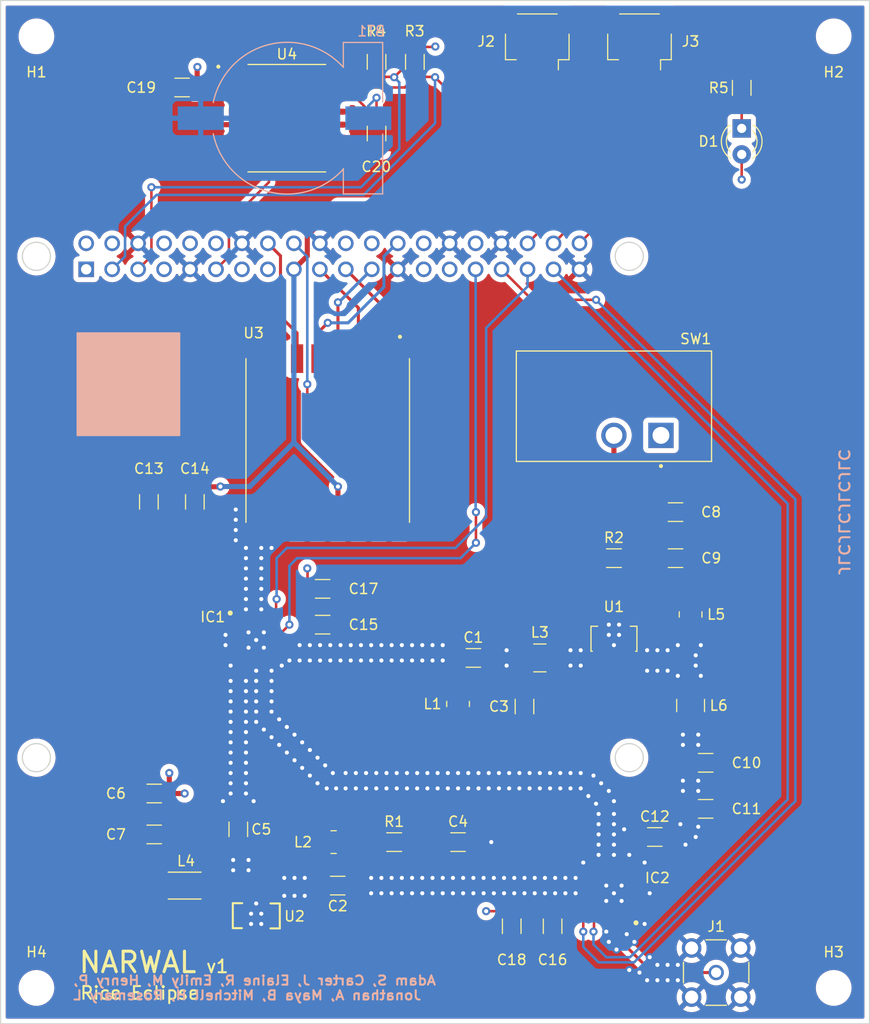
<source format=kicad_pcb>
(kicad_pcb (version 20211014) (generator pcbnew)
  (title_block (title "NARWAL") (date "2022-12-06") (rev "1") (company "Rice Eclipse") (comment 1 "RF Communications"))
  (layers (0 "F.Cu" signal) (1 "In1.Cu" power) (2 "In2.Cu" power) (31 "B.Cu" signal) (34 "B.Paste" user) (35 "F.Paste" user) (36 "B.SilkS" user "B.Silkscreen") (37 "F.SilkS" user "F.Silkscreen") (38 "B.Mask" user) (39 "F.Mask" user) (44 "Edge.Cuts" user))
  (net 0 "")
  (net 4 "CTRL1A")
  (net 8 "Net-(L3-Pad2)")
  (net 9 "Net-(L5-Pad2)")
  (net 15 "CTRL1B")
  (net 17 "BUT3")
  (net 18 "BUT1")
  (net 19 "BUT2")
  (net 20 "NOAMP")
  (net 21 "LNA-TRX")
  (net 22 "PAMP-TRX")
  (net 23 "GND")
  (net 24 "Net-(IC2-Pad22)")
  (net 25 "CTRL2A")
  (net 26 "CTRL2B")
  (net 27 "TRX")
  (net 28 "+3.3V")
  (net 29 "+5V")
  (net 32 "LNA-ANT")
  (net 33 "PAMP-ANT")
  (net 34 "SDA")
  (net 35 "SCL")
  (net 36 "MISO")
  (net 37 "MOSI")
  (net 38 "SCLK")
  (net 39 "CS")
  (net 40 "RST-TRX")
  (net 41 "Net-(BT1-PadP)")
  (net 42 "Net-(C2-Pad2)")
  (net 43 "Net-(C5-Pad1)")
  (net 47 "DIO0")
  (net 50 "RST-RTC")
  (net 51 "Net-(C1-Pad2)")
  (net 52 "Net-(C4-Pad1)")
  (net 53 "Net-(C9-Pad2)")
  (net 54 "Net-(C10-Pad1)")
  (net 55 "Net-(D1-Pad1)")
  (net 56 "Net-(L2-Pad2)")
  (net 57 "Net-(C8-Pad1)")
  (net 58 "unconnected-(J2-PadMP)")
  (net 59 "unconnected-(J3-PadMP)")
  (footprint "Inductor_SMD:L_1008_2520Metric" (layer "F.Cu") (at 144.75 118.75 -90)
    (fp_text reference "L1")
    (fp_text value "40n")
  )
  (footprint "MountingHole:MountingHole_2.5mm" (layer "F.Cu") (at 103.5 53.5)
    (fp_text reference "H1")
    (fp_text value "MountingHole" hide)
  )
  (footprint "Capacitor_SMD:C_1206_3216Metric" (layer "F.Cu") (at 123.25 131 90)
    (fp_text reference "C5")
    (fp_text value "10n")
  )
  (footprint "MountingHole:MountingHole_2.5mm" (layer "F.Cu") (at 181.5 53.5)
    (fp_text reference "H2")
    (fp_text value "MountingHole" hide)
  )
  (footprint "Resistor_SMD:R_1206_3216Metric" (layer "F.Cu") (at 160 104.5 180)
    (fp_text reference "R2")
    (fp_text value "5.1R")
  )
  (footprint "Inductor_SMD:L_1210_3225Metric" (layer "F.Cu") (at 152.75 114.25)
    (fp_text reference "L3")
    (fp_text value "4.3n")
  )
  (footprint "Resistor_SMD:R_1206_3216Metric" (layer "F.Cu") (at 140.525 56 -90)
    (fp_text reference "R3")
    (fp_text value "4.7K")
  )
  (footprint "MountingHole:MountingHole_2.5mm" (layer "F.Cu") (at 181.5 146.5)
    (fp_text reference "H3")
    (fp_text value "MountingHole" hide)
  )
  (footprint "Eclipse_RF_Footprints:SWITCH-L101011MS02Q" (layer "F.Cu") (at 160 89.65 180)
    (fp_text reference "SW1")
    (fp_text value "SW_SPST" hide)
  )
  (footprint "Eclipse_RF_Footprints:SWITCH-HSWA4-63DR+" (layer "F.Cu") (at 160 137.345 180)
    (fp_text reference "IC2")
    (fp_text value "SWITCH-HSWA4-63DR+" hide)
  )
  (footprint "Capacitor_SMD:C_1206_3216Metric" (layer "F.Cu") (at 168.975 124.5)
    (fp_text reference "C10")
    (fp_text value "6.8p")
  )
  (footprint "Eclipse_RF_Footprints:CHOKE-LQH32NH4R7J23L" (layer "F.Cu") (at 118 136.5)
    (fp_text reference "L4")
    (fp_text value "CHOKE-LQH32NH4R7J23L")
  )
  (footprint "Connector_JST:JST_SH_SM04B-SRSS-TB_1x04-1MP_P1.00mm_Horizontal" (layer "F.Cu") (at 162.5 54 180)
    (fp_text reference "J3")
    (fp_text value "Conn_01x04" hide)
  )
  (footprint "Inductor_SMD:L_1008_2520Metric" (layer "F.Cu") (at 167.5 110 -90)
    (fp_text reference "L5")
    (fp_text value "47n")
  )
  (footprint "Eclipse_RF_Footprints:RPI-4" (layer "F.Cu") (at 142.5 99.5)
    (fp_text reference "A1" hide)
    (fp_text value "RPI-ZERO-ADA3708" hide)
    (fp_circle (center 19 -24.5) (end 20.375 -24.5) (layer "Edge.Cuts") (width 0.12) (fill none))
    (fp_circle (center 19 24.5) (end 20.375 24.5) (layer "Edge.Cuts") (width 0.12) (fill none))
    (fp_circle (center -39 24.5) (end -37.625 24.5) (layer "Edge.Cuts") (width 0.12) (fill none))
    (fp_circle (center -39 -24.5) (end -37.625 -24.5) (layer "Edge.Cuts") (width 0.12) (fill none))
  )
  (footprint "Capacitor_SMD:C_1206_3216Metric" (layer "F.Cu") (at 154 140.475 -90)
    (fp_text reference "C16")
    (fp_text value "100n")
  )
  (footprint "Eclipse_RF_Footprints:PAMP-HMC453ST89ETR" (layer "F.Cu") (at 160 112.5)
    (fp_text reference "U1")
    (fp_text value "HMC452ST89ETR" hide)
  )
  (footprint "Capacitor_SMD:C_1206_3216Metric" (layer "F.Cu") (at 150 140.475 -90)
    (fp_text reference "C18")
    (fp_text value "1u")
  )
  (footprint "Capacitor_SMD:C_1206_3216Metric" (layer "F.Cu") (at 131.5 107.5)
    (fp_text reference "C17")
    (fp_text value "1u")
  )
  (footprint "Capacitor_SMD:C_1206_3216Metric" (layer "F.Cu") (at 119 99 90)
    (fp_text reference "C14")
    (fp_text value "100n")
  )
  (footprint "Capacitor_SMD:C_1206_3216Metric" (layer "F.Cu") (at 131.5 111)
    (fp_text reference "C15")
    (fp_text value "100n")
  )
  (footprint "Capacitor_SMD:C_1206_3216Metric" (layer "F.Cu") (at 117.75 58.5)
    (fp_text reference "C19")
    (fp_text value "100n")
  )
  (footprint "Eclipse_RF_Footprints:RTC-DS3231M-TRL" (layer "F.Cu") (at 128 61.5)
    (fp_text reference "U4")
    (fp_text value "DS3231M" hide)
  )
  (footprint "Capacitor_SMD:C_1206_3216Metric" (layer "F.Cu") (at 144.75 132.25)
    (fp_text reference "C4")
    (fp_text value "330p")
  )
  (footprint "Capacitor_SMD:C_1206_3216Metric" (layer "F.Cu") (at 146.25 114.25)
    (fp_text reference "C1")
    (fp_text value "12p")
  )
  (footprint "Capacitor_SMD:C_1206_3216Metric" (layer "F.Cu") (at 136.775 63 -90)
    (fp_text reference "C20")
    (fp_text value "100n")
  )
  (footprint "MountingHole:MountingHole_2.5mm" (layer "F.Cu") (at 103.5 146.5)
    (fp_text reference "H4")
    (fp_text value "MountingHole" hide)
  )
  (footprint "Capacitor_SMD:C_1206_3216Metric" (layer "F.Cu") (at 132.975 136.5 180)
    (fp_text reference "C2")
    (fp_text value "10n")
  )
  (footprint "Capacitor_SMD:C_1206_3216Metric" (layer "F.Cu") (at 115.025 127.5 180)
    (fp_text reference "C6")
    (fp_text value "10u")
  )
  (footprint "Capacitor_SMD:C_1206_3216Metric" (layer "F.Cu") (at 166.025 100 180)
    (fp_text reference "C8")
    (fp_text value "2.2u")
  )
  (footprint "Eclipse_RF_Footprints:SMA-LPRS-CONNECTOR" (layer "F.Cu") (at 170 145)
    (fp_text reference "J1")
    (fp_text value "SMA-LPRS-CONNECTOR" hide)
  )
  (footprint "Resistor_SMD:R_1206_3216Metric" (layer "F.Cu") (at 138.5 132.25)
    (fp_text reference "R1")
    (fp_text value "150R")
  )
  (footprint "LED_THT:LED_D3.0mm" (layer "F.Cu") (at 172.5 62.5 -90)
    (fp_text reference "D1")
    (fp_text value "LED")
  )
  (footprint "Capacitor_SMD:C_1206_3216Metric" (layer "F.Cu") (at 114.5 99 90)
    (fp_text reference "C13")
    (fp_text value "1u")
  )
  (footprint "Eclipse_RF_Footprints:TRX-RFM98W-433" (layer "F.Cu") (at 132 93 -90)
    (fp_text reference "U3")
    (fp_text value "RFM96W-433S2" hide)
  )
  (footprint "Inductor_SMD:L_1210_3225Metric" (layer "F.Cu") (at 167.5 118.9 -90)
    (fp_text reference "L6")
    (fp_text value "5.1n")
  )
  (footprint "Capacitor_SMD:C_1206_3216Metric" (layer "F.Cu") (at 164 131.75 180)
    (fp_text reference "C12")
    (fp_text value "39p")
  )
  (footprint "Resistor_SMD:R_1206_3216Metric" (layer "F.Cu") (at 172.5 58.5375 90)
    (fp_text reference "R5")
    (fp_text value "154R")
  )
  (footprint "Resistor_SMD:R_1206_3216Metric" (layer "F.Cu") (at 136.775 56 -90)
    (fp_text reference "R4")
    (fp_text value "4.7K")
  )
  (footprint "Inductor_SMD:L_1008_2520Metric" (layer "F.Cu") (at 132.575 132.25)
    (fp_text reference "L2")
    (fp_text value "620n")
  )
  (footprint "Capacitor_SMD:C_1206_3216Metric" (layer "F.Cu") (at 151.25 119 -90)
    (fp_text reference "C3")
    (fp_text value "15p")
  )
  (footprint "Capacitor_SMD:C_1206_3216Metric" (layer "F.Cu") (at 115.025 131.5 180)
    (fp_text reference "C7")
    (fp_text value "330n")
  )
  (footprint "Capacitor_SMD:C_1206_3216Metric" (layer "F.Cu") (at 166.025 104.5 180)
    (fp_text reference "C9")
    (fp_text value "100p")
  )
  (footprint "Eclipse_RF_Footprints:SWITCH-HSWA4-63DR+" (layer "F.Cu") (at 125 112.405)
    (fp_text reference "IC1")
    (fp_text value "SWITCH-HSWA4-63DR+" hide)
  )
  (footprint "Capacitor_SMD:C_1206_3216Metric" (layer "F.Cu") (at 168.975 129)
    (fp_text reference "C11")
    (fp_text value "6.8p")
  )
  (footprint "Eclipse_RF_Footprints:LNA-PGA-103+" (layer "F.Cu") (at 125 138.5 180)
    (fp_text reference "U2")
    (fp_text value "PGA-103+" hide)
  )
  (footprint "Connector_JST:JST_SH_SM04B-SRSS-TB_1x04-1MP_P1.00mm_Horizontal" (layer "F.Cu") (at 152.5 54 180)
    (fp_text reference "J2")
    (fp_text value "Conn_01x04" hide)
  )
  (footprint "Eclipse_RF_Footprints:BATT-S8411-45R" (layer "B.Cu") (at 128 61.5 -90)
    (fp_text reference "BT1")
    (fp_text value "BATT-S8411-45R" hide)
  )
  (gr_rect (start 117.5 82.5) (end 107.5 92.5) (layer "B.SilkS") (width 0.15) (fill solid))
  (gr_rect (start 100 50) (end 185 150) (layer "Edge.Cuts") (width 0.1) (fill none))
  (gr_text "Adam S, Carter J, Elaine R, Emily M, Henry P,\nJonathan A, Maya B, Mitchell H, Rosemary L" (at 107 146.5) (layer "B.SilkS") (effects (font (size 0.9 1) (thickness 0.2)) (justify right mirror)))
  (gr_text "JLCJLCJLCJLC" (at 182.5 100 270) (layer "B.SilkS") (effects (font (size 1 1.2) (thickness 0.2)) (justify mirror)))
  (gr_text "v1" (at 120 144.4) (layer "F.SilkS") (effects (font (size 1.25 1.25) (thickness 0.2)) (justify left)))
  (gr_text "NARWAL" (at 107.5 144) (layer "F.SilkS") (effects (font (size 2 2) (thickness 0.3)) (justify left)))
  (gr_text "Rice Eclipse" (at 107.675 147) (layer "F.SilkS") (effects (font (size 1.25 1.25) (thickness 0.2)) (justify left)))
  (segment (start 127.5 111.75) (end 128.25 111) (width 0.25) (layer "F.Cu") (net 4))
  (segment (start 146.5 100) (end 146.5 103) (width 0.25) (layer "F.Cu") (net 4))
  (segment (start 126.95 111.75) (end 127.5 111.75) (width 0.25) (layer "F.Cu") (net 4))
  (via (at 146.5 100) (size 0.8) (drill 0.4) (layers "F.Cu" "B.Cu") (net 4))
  (via (at 146.5 103) (size 0.8) (drill 0.4) (layers "F.Cu" "B.Cu") (net 4))
  (via (at 128.25 111) (size 0.8) (drill 0.4) (layers "F.Cu" "B.Cu") (net 4))
  (segment (start 129 104.5) (end 128.25 105.25) (width 0.25) (layer "B.Cu") (net 4))
  (segment (start 145 104.5) (end 129 104.5) (width 0.25) (layer "B.Cu") (net 4))
  (segment (start 146.47 99.97) (end 146.5 100) (width 0.25) (layer "B.Cu") (net 4))
  (segment (start 146.5 103) (end 145 104.5) (width 0.25) (layer "B.Cu") (net 4))
  (segment (start 128.25 105.25) (end 128.25 111) (width 0.25) (layer "B.Cu") (net 4))
  (segment (start 146.47 76.27) (end 146.47 99.97) (width 0.25) (layer "B.Cu") (net 4))
  (segment (start 154.15 114.25) (end 158.3635 114.25) (width 0.29337) (layer "F.Cu") (net 8))
  (segment (start 166 114.5) (end 161.6035 114.5) (width 0.5) (layer "F.Cu") (net 9))
  (segment (start 166 114.5) (end 167.5 113) (width 0.5) (layer "F.Cu") (net 9))
  (segment (start 167.5 111.075) (end 167.5 113) (width 0.5) (layer "F.Cu") (net 9))
  (segment (start 161.6035 114.5) (end 161.4975 114.394) (width 0.5) (layer "F.Cu") (net 9))
  (segment (start 166 114.5) (end 167.5 116) (width 0.5) (layer "F.Cu") (net 9))
  (segment (start 167.5 116) (end 167.5 117.5) (width 0.5) (layer "F.Cu") (net 9))
  (segment (start 151.99 79.25) (end 149.01 76.27) (width 0.25) (layer "F.Cu") (net 15))
  (segment (start 157 141) (end 157 138.5) (width 0.25) (layer "F.Cu") (net 15))
  (segment (start 157.5 138) (end 158.05 138) (width 0.25) (layer "F.Cu") (net 15))
  (segment (start 158.25 79.25) (end 151.99 79.25) (width 0.25) (layer "F.Cu") (net 15))
  (segment (start 157 138.5) (end 157.5 138) (width 0.25) (layer "F.Cu") (net 15))
  (via (at 158.25 79.25) (size 0.8) (drill 0.4) (layers "F.Cu" "B.Cu") (net 15))
  (via (at 157 141) (size 0.8) (drill 0.4) (layers "F.Cu" "B.Cu") (net 15))
  (segment (start 177.5 128.5) (end 177.474695 128.5) (width 0.25) (layer "B.Cu") (net 15))
  (segment (start 157 142.5) (end 158.5 144) (width 0.25) (layer "B.Cu") (net 15))
  (segment (start 177.75 128.25) (end 177.5 128.5) (width 0.25) (layer "B.Cu") (net 15))
  (segment (start 158.25 79.25) (end 177.75 98.75) (width 0.25) (layer "B.Cu") (net 15))
  (segment (start 177.75 98.75) (end 177.75 128.25) (width 0.25) (layer "B.Cu") (net 15))
  (segment (start 158.5 144) (end 161.974695 144) (width 0.25) (layer "B.Cu") (net 15))
  (segment (start 157 142.5) (end 157 141) (width 0.25) (layer "B.Cu") (net 15))
  (segment (start 177.474695 128.5) (end 161.974695 144) (width 0.25) (layer "B.Cu") (net 15))
  (segment (start 156.63 73.73) (end 163 67.36) (width 0.25) (layer "F.Cu") (net 17))
  (segment (start 163 67.36) (end 163 56) (width 0.25) (layer "F.Cu") (net 17))
  (segment (start 151.55 73.73) (end 161 64.28) (width 0.25) (layer "F.Cu") (net 18))
  (segment (start 161 64.28) (end 161 56) (width 0.25) (layer "F.Cu") (net 18))
  (segment (start 162 65.82) (end 162 56) (width 0.25) (layer "F.Cu") (net 19))
  (segment (start 154.09 73.73) (end 162 65.82) (width 0.25) (layer "F.Cu") (net 19))
  (segment (start 159.25 135.3) (end 159.25 128.25) (width 0.29337) (layer "F.Cu") (net 20))
  (segment (start 125.75 120) (end 125.75 114.45) (width 0.29337) (layer "F.Cu") (net 20))
  (segment (start 157.25 126.25) (end 132 126.25) (width 0.29337) (layer "F.Cu") (net 20))
  (segment (start 132 126.25) (end 125.75 120) (width 0.29337) (layer "F.Cu") (net 20))
  (segment (start 159.25 128.25) (end 157.25 126.25) (width 0.29337) (layer "F.Cu") (net 20))
  (segment (start 123.25 116) (end 123.25 129.525) (width 0.29337) (layer "F.Cu") (net 21))
  (segment (start 124.25 115) (end 123.25 116) (width 0.29337) (layer "F.Cu") (net 21))
  (segment (start 124.25 114.45) (end 124.25 115) (width 0.29337) (layer "F.Cu") (net 21))
  (segment (start 128 113.75) (end 127.5 113.25) (width 0.29337) (layer "F.Cu") (net 22))
  (segment (start 144.275 113.75) (end 144.775 114.25) (width 0.29337) (layer "F.Cu") (net 22))
  (segment (start 128 113.75) (end 144.275 113.75) (width 0.29337) (layer "F.Cu") (net 22))
  (segment (start 127.5 113.25) (end 126.95 113.25) (width 0.29337) (layer "F.Cu") (net 22))
  (segment (start 144.75 117.675) (end 144.75 114.275) (width 0.29337) (layer "F.Cu") (net 22))
  (segment (start 160.75 139.2) (end 161.25 139.2) (width 0.25) (layer "F.Cu") (net 23))
  (segment (start 123.05 114.45) (end 122.5 115) (width 0.25) (layer "F.Cu") (net 23))
  (segment (start 122.25 112.75) (end 122 113) (width 0.25) (layer "F.Cu") (net 23))
  (segment (start 125.75 110.55) (end 125.75 109.75) (width 0.25) (layer "F.Cu") (net 23))
  (segment (start 126.95 113.75) (end 126.95 114.45) (width 0.25) (layer "F.Cu") (net 23))
  (segment (start 163.25 137.5) (end 163.5 137.25) (width 0.25) (layer "F.Cu") (net 23))
  (segment (start 158.05 135.3) (end 157 134.25) (width 0.25) (layer "F.Cu") (net 23))
  (segment (start 163.25 137) (end 163.5 137.25) (width 0.25) (layer "F.Cu") (net 23))
  (segment (start 161.25 135.3) (end 161.95 135.3) (width 0.25) (layer "F.Cu") (net 23))
  (segment (start 122.25 111.25) (end 122 111.5) (width 0.25) (layer "F.Cu") (net 23))
  (segment (start 161.95 138.5) (end 161.95 139.2) (width 0.25) (layer "F.Cu") (net 23))
  (segment (start 122.25 113.25) (end 122 113) (width 0.25) (layer "F.Cu") (net 23))
  (segment (start 128 112.75) (end 128.25 113) (width 0.25) (layer "F.Cu") (net 23))
  (segment (start 159.25 139.2) (end 159.25 141) (width 0.25) (layer "F.Cu") (net 23))
  (segment (start 122.25 112.25) (end 122 112) (width 0.25) (layer "F.Cu") (net 23))
  (segment (start 158.05 137) (end 156.5 137) (width 0.25) (layer "F.Cu") (net 23))
  (segment (start 123.05 112.75) (end 122.25 112.75) (width 0.25) (layer "F.Cu") (net 23))
  (segment (start 123.05 111.75) (end 122.25 111.75) (width 0.25) (layer "F.Cu") (net 23))
  (segment (start 161.95 135.3) (end 163 134.25) (width 0.25) (layer "F.Cu") (net 23))
  (segment (start 125.25 114.45) (end 125.25 115.25) (width 0.25) (layer "F.Cu") (net 23))
  (segment (start 126.95 112.75) (end 128 112.75) (width 0.25) (layer "F.Cu") (net 23))
  (segment (start 146.225 132.25) (end 148 132.25) (width 0.29337) (layer "F.Cu") (net 23))
  (segment (start 161.95 137.5) (end 163.25 137.5) (width 0.25) (layer "F.Cu") (net 23))
  (segment (start 158.75 135.3) (end 158.05 135.3) (width 0.25) (layer "F.Cu") (net 23))
  (segment (start 159.75 133.75) (end 160 133.5) (width 0.25) (layer "F.Cu") (net 23))
  (segment (start 161.95 136.5) (end 161.95 137) (width 0.25) (layer "F.Cu") (net 23))
  (segment (start 123.05 112.25) (end 122.25 112.25) (width 0.25) (layer "F.Cu") (net 23))
  (segment (start 126.25 109.75) (end 126 109.5) (width 0.25) (layer "F.Cu") (net 23))
  (segment (start 161.95 139.2) (end 163 140.25) (width 0.25) (layer "F.Cu") (net 23))
  (segment (start 124.75 114.45) (end 124.75 115.25) (width 0.25) (layer "F.Cu") (net 23))
  (segment (start 158.05 136) (end 158.05 135.3) (width 0.25) (layer "F.Cu") (net 23))
  (segment (start 159.75 139.2) (end 159.25 139.2) (width 0.25) (layer "F.Cu") (net 23))
  (segment (start 161.95 138) (end 161.95 137.5) (width 0.25) (layer "F.Cu") (net 23))
  (segment (start 123.75 110.55) (end 123.75 109.75) (width 0.25) (layer "F.Cu") (net 23))
  (segment (start 123.05 113.25) (end 122.25 113.25) (width 0.25) (layer "F.Cu") (net 23))
  (segment (start 124.75 115.25) (end 125 115.5) (width 0.25) (layer "F.Cu") (net 23))
  (segment (start 126.25 114.45) (end 126.95 114.45) (width 0.25) (layer "F.Cu") (net 23))
  (segment (start 161.95 137) (end 163.25 137) (width 0.25) (layer "F.Cu") (net 23))
  (segment (start 122 111.5) (end 122 112) (width 0.25) (layer "F.Cu") (net 23))
  (segment (start 159.75 135.3) (end 159.75 133.75) (width 0.25) (layer "F.Cu") (net 23))
  (segment (start 160.25 133.75) (end 160 133.5) (width 0.25) (layer "F.Cu") (net 23))
  (segment (start 124.25 109.75) (end 124 109.5) (width 0.25) (layer "F.Cu") (net 23))
  (segment (start 122.25 111.75) (end 122 112) (width 0.25) (layer "F.Cu") (net 23))
  (segment (start 126.25 110.55) (end 126.25 109.75) (width 0.25) (layer "F.Cu") (net 23))
  (segment (start 125.25 115.25) (end 125 115.5) (width 0.25) (layer "F.Cu") (net 23))
  (segment (start 126.95 114.45) (end 127.5 115) (width 0.25) (layer "F.Cu") (net 23))
  (segment (start 125.75 109.75) (end 125.5 109.5) (width 0.25) (layer "F.Cu") (net 23))
  (segment (start 124.25 110.55) (end 124.25 109.75) (width 0.25) (layer "F.Cu") (net 23))
  (segment (start 123.05 113.75) (end 123.05 114.45) (width 0.25) (layer "F.Cu") (net 23))
  (segment (start 123.75 114.45) (end 123.05 114.45) (width 0.25) (layer "F.Cu") (net 23))
  (segment (start 156.5 137) (end 156.25 137.25) (width 0.25) (layer "F.Cu") (net 23))
  (segment (start 126 109.5) (end 125.5 109.5) (width 0.25) (layer "F.Cu") (net 23))
  (segment (start 128.25 113) (end 129.25 113) (width 0.25) (layer "F.Cu") (net 23))
  (segment (start 158.75 139.2) (end 159.25 139.2) (width 0.25) (layer "F.Cu") (net 23))
  (segment (start 123.75 109.75) (end 124 109.5) (width 0.25) (layer "F.Cu") (net 23))
  (segment (start 160.25 135.3) (end 160.25 133.75) (width 0.25) (layer "F.Cu") (net 23))
  (segment (start 125.25 109.75) (end 125.5 109.5) (width 0.25) (layer "F.Cu") (net 23))
  (segment (start 161.25 139.2) (end 161.95 139.2) (width 0.25) (layer "F.Cu") (net 23))
  (segment (start 125.25 110.55) (end 125.25 109.75) (width 0.25) (layer "F.Cu") (net 23))
  (segment (start 161.95 136) (end 161.95 135.3) (width 0.25) (layer "F.Cu") (net 23))
  (segment (start 123.05 111.25) (end 122.25 111.25) (width 0.25) (layer "F.Cu") (net 23))
  (via (at 141.25 135.75) (size 0.8) (drill 0.4) (layers "F.Cu" "B.Cu") (net 23))
  (via (at 128 121) (size 0.8) (drill 0.4) (layers "F.Cu" "B.Cu") (net 23))
  (via (at 125.5 104.5) (size 0.8) (drill 0.4) (layers "F.Cu" "B.Cu") (net 23))
  (via (at 124 106.5) (size 0.8) (drill 0.4) (layers "F.Cu" "B.Cu") (net 23))
  (via (at 158.5 131.5) (size 0.8) (drill 0.4) (layers "F.Cu" "B.Cu") (net 23))
  (via (at 160 137.25) (size 0.8) (drill 0.4) (layers "F.Cu" "B.Cu") (net 23))
  (via (at 163.5 137.25) (size 0.8) (drill 0.4) (layers "F.Cu" "B.Cu") (net 23))
  (via (at 126.5 117.5) (size 0.8) (drill 0.4) (layers "F.Cu" "B.Cu") (net 23))
  (via (at 159.5 127.25) (size 0.8) (drill 0.4) (layers "F.Cu" "B.Cu") (net 23))
  (via (at 134.25 113) (size 0.8) (drill 0.4) (layers "F.Cu" "B.Cu") (net 23))
  (via (at 164.25 145.75) (size 0.8) (drill 0.4) (layers "F.Cu" "B.Cu") (net 23))
  (via (at 140.25 137.25) (size 0.8) (drill 0.4) (layers "F.Cu" "B.Cu") (net 23))
  (via (at 166.25 144.25) (size 0.8) (drill 0.4) (layers "F.Cu" "B.Cu") (net 23))
  (via (at 168.5 113) (size 0.8) (drill 0.4) (layers "F.Cu" "B.Cu") (net 23))
  (via (at 130.25 125.75) (size 0.8) (drill 0.4) (layers "F.Cu" "B.Cu") (net 23))
  (via (at 131.25 114.5) (size 0.8) (drill 0.4) (layers "F.Cu" "B.Cu") (net 23))
  (via (at 168.25 130.75) (size 0.8) (drill 0.4) (layers "F.Cu" "B.Cu") (net 23))
  (via (at 122 113) (size 0.8) (drill 0.4) (layers "F.Cu" "B.Cu") (net 23))
  (via (at 148 132.25) (size 0.8) (drill 0.4) (layers "F.Cu" "B.Cu") (net 23))
  (via (at 159.5 112) (size 0.8) (drill 0.4) (layers "F.Cu" "B.Cu") (net 23))
  (via (at 148.75 127) (size 0.8) (drill 0.4) (layers "F.Cu" "B.Cu") (net 23))
  (via (at 167 132.5) (size 0.8) (drill 0.4) (layers "F.Cu" "B.Cu") (net 23))
  (via (at 159.25 141) (size 0.8) (drill 0.4) (layers "F.Cu" "B.Cu") (net 23))
  (via (at 124 109.5) (size 0.8) (drill 0.4) (layers "F.Cu" "B.Cu") (net 23))
  (via (at 139.25 113) (size 0.8) (drill 0.4) (layers "F.Cu" "B.Cu") (net 23))
  (via (at 124 108.5) (size 0.8) (drill 0.4) (layers "F.Cu" "B.Cu") (net 23))
  (via (at 154.25 137.25) (size 0.8) (drill 0.4) (layers "F.Cu" "B.Cu") (net 23))
  (via (at 136.75 125.5) (size 0.8) (drill 0.4) (layers "F.Cu" "B.Cu") (net 23))
  (via (at 152.75 125.5) (size 0.8) (drill 0.4) (layers "F.Cu" "B.Cu") (net 23))
  (via (at 137.25 113) (size 0.8) (drill 0.4) (layers "F.Cu" "B.Cu") (net 23))
  (via (at 123 99.75) (size 0.8) (drill 0.4) (layers "F.Cu" "B.Cu") (net 23))
  (via (at 154.75 125.5) (size 0.8) (drill 0.4) (layers "F.Cu" "B.Cu") (net 23))
  (via (at 155.75 115) (size 0.8) (drill 0.4) (layers "F.Cu" "B.Cu") (net 23))
  (via (at 149.5 115) (size 0.8) (drill 0.4) (layers "F.Cu" "B.Cu") (net 23))
  (via (at 134.75 127) (size 0.8) (drill 0.4) (layers "F.Cu" "B.Cu") (net 23))
  (via (at 165.25 145.75) (size 0.8) (drill 0.4) (layers "F.Cu" "B.Cu") (net 23))
  (via (at 147.75 127) (size 0.8) (drill 0.4) (layers "F.Cu" "B.Cu") (net 23))
  (via (at 160 129.5) (size 0.8) (drill 0.4) (layers "F.Cu" "B.Cu") (net 23))
  (via (at 166.75 126.25) (size 0.8) (drill 0.4) (layers "F.Cu" "B.Cu") (net 23))
  (via (at 159.5 111) (size 0.8) (drill 0.4) (layers "F.Cu" "B.Cu") (net 23))
  (via (at 155.75 127) (size 0.8) (drill 0.4) (layers "F.Cu" "B.Cu") (net 23))
  (via (at 122.5 119.5) (size 0.8) (drill 0.4) (layers "F.Cu" "B.Cu") (net 23))
  (via (at 161.25 141.25) (size 0.8) (drill 0.4) (layers "F.Cu" "B.Cu") (net 23))
  (via (at 156.75 115) (size 0.8) (drill 0.4) (layers "F.Cu" "B.Cu") (net 23))
  (via (at 124 125.5) (size 0.8) (drill 0.4) (layers "F.Cu" "B.Cu") (net 23))
  (via (at 125 112.5) (size 0.8) (drill 0.4) (layers "F.Cu" "B.Cu") (net 23))
  (via (at 123 100.75) (size 0.8) (drill 0.4) (layers "F.Cu" "B.Cu") (net 23))
  (via (at 150.25 135.75) (size 0.8) (drill 0.4) (layers "F.Cu" "B.Cu") (net 23))
  (via (at 146.25 135.75) (size 0.8) (drill 0.4) (layers "F.Cu" "B.Cu") (net 23))
  (via (at 126.5 116.5) (size 0.8) (drill 0.4) (layers "F.Cu" "B.Cu") (net 23))
  (via (at 147.75 125.5) (size 0.8) (drill 0.4) (layers "F.Cu" "B.Cu") (net 23))
  (via (at 123 101.75) (size 0.8) (drill 0.4) (layers "F.Cu" "B.Cu") (net 23))
  (via (at 129.25 114.5) (size 0.8) (drill 0.4) (layers "F.Cu" "B.Cu") (net 23))
  (via (at 168.5 116) (size 0.8) (drill 0.4) (layers "F.Cu" "B.Cu") (net 23))
  (via (at 125 115.5) (size 0.8) (drill 0.4) (layers "F.Cu" "B.Cu") (net 23))
  (via (at 147.25 137.25) (size 0.8) (drill 0.4) (layers "F.Cu" "B.Cu") (net 23))
  (via (at 138.75 127) (size 0.8) (drill 0.4) (layers "F.Cu" "B.Cu") (net 23))
  (via (at 153.75 127) (size 0.8) (drill 0.4) (layers "F.Cu" "B.Cu") (net 23))
  (via (at 125.5 109.5) (size 0.8) (drill 0.4) (layers "F.Cu" "B.Cu") (net 23))
  (via (at 142.25 135.75) (size 0.8) (drill 0.4) (layers "F.Cu" "B.Cu") (net 23))
  (via (at 129.25 113) (size 0.8) (drill 0.4) (layers "F.Cu" "B.Cu") (net 23))
  (via (at 145.25 135.75) (size 0.8) (drill 0.4) (layers "F.Cu" "B.Cu") (net 23))
  (via (at 127.75 135.75) (size 0.8) (drill 0.4) (layers "F.Cu" "B.Cu") (net 23))
  (via (at 149.5 113.5) (size 0.8) (drill 0.4) (layers "F.Cu" "B.Cu") (net 23))
  (via (at 163 134.25) (size 0.8) (drill 0.4) (layers "F.Cu" "B.Cu") (net 23))
  (via (at 128.75 137.5) (size 0.8) (drill 0.4) (layers "F.Cu" "B.Cu") (net 23))
  (via (at 125.5 139.25) (size 0.8) (drill 0.4) (layers "F.Cu" "B.Cu") (net 23))
  (via (at 130.25 113) (size 0.8) (drill 0.4) (layers "F.Cu" "B.Cu") (net 23))
  (via (at 141.25 113) (size 0.8) (drill 0.4) (layers "F.Cu" "B.Cu") (net 23))
  (via (at 148.75 125.5) (size 0.8) (drill 0.4) (layers "F.Cu" "B.Cu") (net 23))
  (via (at 165.25 144.25) (size 0.8) (drill 0.4) (layers "F.Cu" "B.Cu") (net 23))
  (via (at 127.25 120.25) (size 0.8) (drill 0.4) (layers "F.Cu" "B.Cu") (net 23))
  (via (at 125.75 111.75) (size 0.8) (drill 0.4) (layers "F.Cu" "B.Cu") (net 23))
  (via (at 122.5 124.5) (size 0.8) (drill 0.4) (layers "F.Cu" "B.Cu") (net 23))
  (via (at 121.75 128.25) (size 0.8) (drill 0.4) (layers "F.Cu" "B.Cu") (net 23))
  (via (at 148.25 137.25) (size 0.8) (drill 0.4) (layers "F.Cu" "B.Cu") (net 23))
  (via (at 124.5 140.25) (size 0.8) (drill 0.4) (layers "F.Cu" "B.Cu") (net 23))
  (via (at 144.75 127) (size 0.8) (drill 0.4) (layers "F.Cu" "B.Cu") (net 23))
  (via (at 151.75 125.5) (size 0.8) (drill 0.4) (layers "F.Cu" "B.Cu") (net 23))
  (via (at 125 116.5) (size 0.8) (drill 0.4) (layers "F.Cu" "B.Cu") (net 23))
  (via (at 124 116.5) (size 0.8) (drill 0.4) (layers "F.Cu" "B.Cu") (net 23))
  (via (at 150.75 127) (size 0.8) (drill 0.4) (layers "F.Cu" "B.Cu") (net 23))
  (via (at 124 121.5) (size 0.8) (drill 0.4) (layers "F.Cu" "B.Cu") (net 23))
  (via (at 128.75 135.75) (size 0.8) (drill 0.4) (layers "F.Cu" "B.Cu") (net 23))
  (via (at 153.75 125.5) (size 0.8) (drill 0.4) (layers "F.Cu" "B.Cu") (net 23))
  (via (at 124 123.5) (size 0.8) (drill 0.4) (layers "F.Cu" "B.Cu") (net 23))
  (via (at 161 131) (size 0.8) (drill 0.4) (layers "F.Cu" "B.Cu") (net 23))
  (via (at 124 105.5) (size 0.8) (drill 0.4) (layers "F.Cu" "B.Cu") (net 23))
  (via (at 154.25 135.75) (size 0.8) (drill 0.4) (layers "F.Cu" "B.Cu") (net 23))
  (via (at 153.25 135.75) (size 0.8) (drill 0.4) (layers "F.Cu" "B.Cu") (net 23))
  (via (at 136.25 113) (size 0.8) (drill 0.4) (layers "F.Cu" "B.Cu") (net 23))
  (via (at 164.25 115.5) (size 0.8) (drill 0.4) (layers "F.Cu" "B.Cu") (net 23))
  (via (at 148.25 135.75) (size 0.8) (drill 0.4) (layers "F.Cu" "B.Cu") (net 23))
  (via (at 158.75 126.5) (size 0.8) (drill 0.4) (layers "F.Cu" "B.Cu") (net 23))
  (via (at 141.75 125.5) (size 0.8) (drill 0.4) (layers "F.Cu" "B.Cu") (net 23))
  (via (at 166.25 116) (size 0.8) (drill 0.4) (layers "F.Cu" "B.Cu") (net 23))
  (via (at 142.25 113) (size 0.8) (drill 0.4) (layers "F.Cu" "B.Cu") (net 23))
  (via (at 166.75 127.25) (size 0.8) (drill 0.4) (layers "F.Cu" "B.Cu") (net 23))
  (via (at 122.5 126.5) (size 0.8) (drill 0.4) (layers "F.Cu" "B.Cu") (net 23))
  (via (at 124 126.5) (size 0.8) (drill 0.4) (layers "F.Cu" "B.Cu") (net 23))
  (via (at 124.25 134) (size 0.8) (drill 0.4) (layers "F.Cu" "B.Cu") (net 23))
  (via (at 149.25 137.25) (size 0.8) (drill 0.4) (layers "F.Cu" "B.Cu") (net 23))
  (via (at 160.25 142.75) (size 0.8) (drill 0.4) (layers "F.Cu" "B.Cu") (net 23))
  (via (at 137.75 127) (size 0.8) (drill 0.4) (layers "F.Cu" "B.Cu") (net 23))
  (via (at 128 123.5) (size 0.8) (drill 0.4) (layers "F.Cu" "B.Cu") (net 23))
  (via (at 168 114) (size 0.8) (drill 0.4) (layers "F.Cu" "B.Cu") (net 23))
  (via (at 140.25 135.75) (size 0.8) (drill 0.4) (layers "F.Cu" "B.Cu") (net 23))
  (via (at 142.75 125.5) (size 0.8) (drill 0.4) (layers "F.Cu" "B.Cu") (net 23))
  (via (at 156.75 125.5) (size 0.8) (drill 0.4) (layers "F.Cu" "B.Cu") (net 23))
  (via (at 163.5 143.5) (size 0.8) (drill 0.4) (layers "F.Cu" "B.Cu") (net 23))
  (via (at 136.75 127) (size 0.8) (drill 0.4) (layers "F.Cu" "B.Cu") (net 23))
  (via (at 127.25 122.75) (size 0.8) (drill 0.4) (layers "F.Cu" "B.Cu") (net 23))
  (via (at 156.25 137.25) (size 0.8) (drill 0.4) (layers "F.Cu" "B.Cu") (net 23))
  (via (at 163.25 145.75) (size 0.8) (drill 0.4) (layers "F.Cu" "B.Cu") (net 23))
  (via (at 135.25 113) (size 0.8) (drill 0.4) (layers "F.Cu" "B.Cu") (net 23))
  (via (at 122.75 134) (size 0.8) (drill 0.4) (layers "F.Cu" "B.Cu") (net 23))
  (via (at 168.25 122.75) (size 0.8) (drill 0.4) (layers "F.Cu" "B.Cu") (net 23))
  (via (at 132.25 114.5) (size 0.8) (drill 0.4) (layers "F.Cu" "B.Cu") (net 23))
  (via (at 153.25 137.25) (size 0.8) (drill 0.4) (layers "F.Cu" "B.Cu") (net 23))
  (via (at 156.75 113.5) (size 0.8) (drill 0.4) (layers "F.Cu" "B.Cu") (net 23))
  (via (at 156.25 135.75) (size 0.8) (drill 0.4) (layers "F.Cu" "B.Cu") (net 23))
  (via (at 124 120.5) (size 0.8) (drill 0.4) (layers "F.Cu" "B.Cu") (net 23))
  (via (at 163 140.25) (size 0.8) (drill 0.4) (layers "F.Cu" "B.Cu") (net 23))
  (via (at 122.5 115) (size 0.8) (drill 0.4) (layers "F.Cu" "B.Cu") (net 23))
  (via (at 147.25 135.75) (size 0.8) (drill 0.4) (layers "F.Cu" "B.Cu") (net 23))
  (via (at 151.25 137.25) (size 0.8) (drill 0.4) (layers "F.Cu" "B.Cu") (net 23))
  (via (at 146.25 137.25) (size 0.8) (drill 0.4) (layers "F.Cu" "B.Cu") (net 23))
  (via (at 168.25 126.25) (size 0.8) (drill 0.4) (layers "F.Cu" "B.Cu") (net 23))
  (via (at 122.75 135) (size 0.8) (drill 0.4) (layers "F.Cu" "B.Cu") (net 23))
  (via (at 158 125.75) (size 0.8) (drill 0.4) (layers "F.Cu" "B.Cu") (net 23))
  (via (at 136.25 137.25) (size 0.8) (drill 0.4) (layers "F.Cu" "B.Cu") (net 23))
  (via (at 141.25 137.25) (size 0.8) (drill 0.4) (layers "F.Cu" "B.Cu") (net 23))
  (via (at 122.5 125.5) (size 0.8) (drill 0.4) (layers "F.Cu" "B.Cu") (net 23))
  (via (at 125 120.5) (size 0.8) (drill 0.4) (layers "F.Cu" "B.Cu") (net 23))
  (via (at 140.75 125.5) (size 0.8) (drill 0.4) (layers "F.Cu" "B.Cu") (net 23))
  (via (at 139.25 114.5) (size 0.8) (drill 0.4) (layers "F.Cu" "B.Cu") (net 23))
  (via (at 127.5 115) (size 0.8) (drill 0.4) (layers "F.Cu" "B.Cu") (net 23))
  (via (at 143.25 114.5) (size 0.8) (drill 0.4) (layers "F.Cu" "B.Cu") (net 23))
  (via (at 143.25 135.75) (size 0.8) (drill 0.4) (layers "F.Cu" "B.Cu") (net 23))
  (via (at 135.25 114.5) (size 0.8) (drill 0.4) (layers "F.Cu" "B.Cu") (net 23))
  (via (at 145.75 125.5) (size 0.8) (drill 0.4) (layers "F.Cu" "B.Cu") (net 23))
  (via (at 125 138.25) (size 0.8) (drill 0.4) (layers "F.Cu" "B.Cu") (net 23))
  (via (at 144.25 137.25) (size 0.8) (drill 0.4) (layers "F.Cu" "B.Cu") (net 23))
  (via (at 137.25 114.5) (size 0.8) (drill 0.4) (layers "F.Cu" "B.Cu") (net 23))
  (via (at 162.5 145) (size 0.8) (drill 0.4) (layers "F.Cu" "B.Cu") (net 23))
  (via (at 152.25 135.75) (size 0.8) (drill 0.4) (layers "F.Cu" "B.Cu") (net 23))
  (via (at 158.5 129.5) (size 0.8) (drill 0.4) (layers "F.Cu" "B.Cu") (net 23))
  (via (at 158.25 128.5) (size 0.8) (drill 0.4) (layers "F.Cu" "B.Cu") (net 23))
  (via (at 125.5 105.5) (size 0.8) (drill 0.4) (layers "F.Cu" "B.Cu") (net 23))
  (via (at 163.25 115.5) (size 0.8) (drill 0.4) (layers "F.Cu" "B.Cu") (net 23))
  (via (at 123 102.75) (size 0.8) (drill 0.4) (layers "F.Cu" "B.Cu") (net 23))
  (via (at 138.25 114.5) (size 0.8) (drill 0.4) (layers "F.Cu" "B.Cu") (net 23))
  (via (at 160 128.25) (size 0.8) (drill 0.4) (layers "F.Cu" "B.Cu") (net 23))
  (via (at 161.5 144.75) (size 0.8) (drill 0.4) (layers "F.Cu" "B.Cu") (net 23))
  (via (at 125 119.5) (size 0.8) (drill 0.4) (layers "F.Cu" "B.Cu") (net 23))
  (via (at 125.75 113.25) (size 0.8) (drill 0.4) (layers "F.Cu" "B.Cu") (net 23))
  (via (at 159.25 136.5) (size 0.8) (drill 0.4) (layers "F.Cu" "B.Cu") (net 23))
  (via (at 166.75 121.75) (size 0.8) (drill 0.4) (layers "F.Cu" "B.Cu") (net 23))
  (via (at 140.25 114.5) (size 0.8) (drill 0.4) (layers "F.Cu" "B.Cu") (net 23))
  (via (at 126.5 119.5) (size 0.8) (drill 0.4) (layers "F.Cu" "B.Cu") (net 23))
  (via (at 135.75 125.5) (size 0.8) (drill 0.4) (layers "F.Cu" "B.Cu") (net 23))
  (via (at 125.5 108.5) (size 0.8) (drill 0.4) (layers "F.Cu" "B.Cu") (net 23))
  (via (at 165.25 113.5) (size 0.8) (drill 0.4) (layers "F.Cu" "B.Cu") (net 23))
  (via (at 145.25 137.25) (size 0.8) (drill 0.4) (layers "F.Cu" "B.Cu") (net 23))
  (via (at 132.5 125.5) (size 0.8) (drill 0.4) (layers "F.Cu" "B.Cu") (net 23))
  (via (at 124 104.5) (size 0.8) (drill 0.4) (layers "F.Cu" "B.Cu") (net 23))
  (via (at 134.75 125.5) (size 0.8) (drill 0.4) (layers "F.Cu" "B.Cu") (net 23))
  (via (at 125.75 121.25) (size 0.8) (drill 0.4) (layers "F.Cu" "B.Cu") (net 23))
  (via (at 157.5 127.75) (size 0.8) (drill 0.4) (layers "F.Cu" "B.Cu") (net 23))
  (via (at 125.5 140.25) (size 0.8) (drill 0.4) (layers "F.Cu" "B.Cu") (net 23))
  (via (at 131.75 124.75) (size 0.8) (drill 0.4) (layers "F.Cu" "B.Cu") (net 23))
  (via (at 160 131.5) (size 0.8) (drill 0.4) (layers "F.Cu" "B.Cu") (net 23))
  (via (at 145.75 127) (size 0.8) (drill 0.4) (layers "F.Cu" "B.Cu") (net 23))
  (via (at 142.25 114.5) (size 0.8) (drill 0.4) (layers "F.Cu" "B.Cu") (net 23))
  (via (at 160.5 111) (size 0.8) (drill 0.4) (layers "F.Cu" "B.Cu") (net 23))
  (via (at 166.25 113) (size 0.8) (drill 0.4) (layers "F.Cu" "B.Cu") (net 23))
  (via (at 168.25 121.75) (size 0.8) (drill 0.4) (layers "F.Cu" "B.Cu") (net 23))
  (via (at 155.75 113.5) (size 0.8) (drill 0.4) (layers "F.Cu" "B.Cu") (net 23))
  (via (at 143.25 137.25) (size 0.8) (drill 0.4) (layers "F.Cu" "B.Cu") (net 23))
  (via (at 126.5 118.5) (size 0.8) (drill 0.4) (layers "F.Cu" "B.Cu") (net 23))
  (via (at 132.825 127) (size 0.8) (drill 0.4) (layers "F.Cu" "B.Cu") (net 23))
  (via (at 138.25 137.25) (size 0.8) (drill 0.4) (layers "F.Cu" "B.Cu") (net 23))
  (via (at 155.25 137.25) (size 0.8) (drill 0.4) (layers "F.Cu" "B.Cu") (net 23))
  (via (at 125.5 107.5) (size 0.8) (drill 0.4) (layers "F.Cu" "B.Cu") (net 23))
  (via (at 164.25 144.25) (size 0.8) (drill 0.4) (layers "F.Cu" "B.Cu") (net 23))
  (via (at 124 124.5) (size 0.8) (drill 0.4) (layers "F.Cu" "B.Cu") (net 23))
  (via (at 128.25 114.5) (size 0.8) (drill 0.4) (layers "F.Cu" "B.Cu") (net 23))
  (via (at 122.5 120.5) (size 0.8) (drill 0.4) (layers "F.Cu" "B.Cu") (net 23))
  (via (at 151.25 135.75) (size 0.8) (drill 0.4) (layers "F.Cu" "B.Cu") (net 23))
  (via (at 122.5 122.5) (size 0.8) (drill 0.4) (layers "F.Cu" "B.Cu") (net 23))
  (via (at 158.5 130.5) (size 0.8) (drill 0.4) (layers "F.Cu" "B.Cu") (net 23))
  (via (at 124 107.5) (size 0.8) (drill 0.4) (layers "F.Cu" "B.Cu") (net 23))
  (via (at 155.75 125.5) (size 0.8) (drill 0.4) (layers "F.Cu" "B.Cu") (net 23))
  (via (at 140.75 127) (size 0.8) (drill 0.4) (layers "F.Cu" "B.Cu") (net 23))
  (via (at 124.75 128.25) (size 0.8) (drill 0.4) (layers "F.Cu" "B.Cu") (net 23))
  (via (at 157 134.25) (size 0.8) (drill 0.4) (layers "F.Cu" "B.Cu") (net 23))
  (via (at 146.75 127) (size 0.8) (drill 0.4) (layers "F.Cu" "B.Cu") (net 23))
  (via (at 134.25 114.5) (size 0.8) (drill 0.4) (layers "F.Cu" "B.Cu") (net 23))
  (via (at 122.5 127.5) (size 0.8) (drill 0.4) (layers "F.Cu" "B.Cu") (net 23))
  (via (at 124 127.5) (size 0.8) (drill 0.4) (layers "F.Cu" "B.Cu") (net 23))
  (via (at 137.25 135.75) (size 0.8) (drill 0.4) (layers "F.Cu" "B.Cu") (net 23))
  (via (at 160 113) (size 0.8) (drill 0.4) (layers "F.Cu" "B.Cu") (net 23))
  (via (at 131.9 127) (size 0.8) (drill 0.4) (layers "F.Cu" "B.Cu") (net 23))
  (via (at 130.25 114.5) (size 0.8) (drill 0.4) (layers "F.Cu" "B.Cu") (net 23))
  (via (at 168 115) (size 0.8) (drill 0.4) (layers "F.Cu" "B.Cu") (net 23))
  (via (at 128.75 121.75) (size 0.8) (drill 0.4) (layers "F.Cu" "B.Cu") (net 23))
  (via (at 131.25 113) (size 0.8) (drill 0.4) (layers "F.Cu" "B.Cu") (net 23))
  (via (at 133.75 125.5) (size 0.8) (drill 0.4) (layers "F.Cu" "B.Cu") (net 23))
  (via (at 133.25 113) (size 0.8) (drill 0.4) (layers "F.Cu" "B.Cu") (net 23))
  (via (at 142.75 127) (size 0.8) (drill 0.4) (layers "F.Cu" "B.Cu") (net 23))
  (via (at 122.5 116.5) (size 0.8) (drill 0.4) (layers "F.Cu" "B.Cu") (net 23))
  (via (at 146.75 125.5) (size 0.8) (drill 0.4) (layers "F.Cu" "B.Cu") (net 23))
  (via (at 122 112) (size 0.8) (drill 0.4) (layers "F.Cu" "B.Cu") (net 23))
  (via (at 144.25 135.75) (size 0.8) (drill 0.4) (layers "F.Cu" "B.Cu") (net 23))
  (via (at 126.5 122) (size 0.8) (drill 0.4) (layers "F.Cu" "B.Cu") (net 23))
  (via (at 137.75 125.5) (size 0.8) (drill 0.4) (layers "F.Cu" "B.Cu") (net 23))
  (via (at 122.5 118.5) (size 0.8) (drill 0.4) (layers "F.Cu" "B.Cu") (net 23))
  (via (at 159.5 142) (size 0.8) (drill 0.4) (layers "F.Cu" "B.Cu") (net 23))
  (via (at 136.25 114.5) (size 0.8) (drill 0.4) (layers "F.Cu" "B.Cu") (net 23))
  (via (at 152.25 137.25) (size 0.8) (drill 0.4) (layers "F.Cu" "B.Cu") (net 23))
  (via (at 126.5 103.5) (size 0.8) (drill 0.4) (layers "F.Cu" "B.Cu") (net 23))
  (via (at 126.5 115.5) (size 0.8) (drill 0.4) (layers "F.Cu" "B.Cu") (net 23))
  (via (at 129.75 135.75) (size 0.8) (drill 0.4) (layers "F.Cu" "B.Cu") (net 23))
  (via (at 124 117.5) (size 0.8) (drill 0.4) (layers "F.Cu" "B.Cu") (net 23))
  (via (at 129.75 137.5) (size 0.8) (drill 0.4) (layers "F.Cu" "B.Cu") (net 23))
  (via (at 122.5 121.5) (size 0.8) (drill 0.4) (layers "F.Cu" "B.Cu") (net 23))
  (via (at 124 118.5) (size 0.8) (drill 0.4) (layers "F.Cu" "B.Cu") (net 23))
  (via (at 165.25 115.5) (size 0.8) (drill 0.4) (layers "F.Cu" "B.Cu") (net 23))
  (via (at 141.75 127) (size 0.8) (drill 0.4) (layers "F.Cu" "B.Cu") (net 23))
  (via (at 130.25 123.25) (size 0.8) (drill 0.4) (layers "F.Cu" "B.Cu") (net 23))
  (via (at 149.75 127) (size 0.8) (drill 0.4) (layers "F.Cu" "B.Cu") (net 23))
  (via (at 125.5 106.5) (size 0.8) (drill 0.4) (layers "F.Cu" "B.Cu") (net 23))
  (via (at 129.5 125) (size 0.8) (drill 0.4) (layers "F.Cu" "B.Cu") (net 23))
  (via (at 158.5 132.5) (size 0.8) (drill 0.4) (layers "F.Cu" "B.Cu") (net 23))
  (via (at 159.25 138) (size 0.8) (drill 0.4) (layers "F.Cu" "B.Cu") (net 23))
  (via (at 133.75 127) (size 0.8) (drill 0.4) (layers "F.Cu" "B.Cu") (net 23))
  (via (at 122.5 123.5) (size 0.8) (drill 0.4) (layers "F.Cu" "B.Cu") (net 23))
  (via (at 127.75 137.5) (size 0.8) (drill 0.4) (layers "F.Cu" "B.Cu") (net 23))
  (via (at 161.5 133.5) (size 0.8) (drill 0.4) (layers "F.Cu" "B.Cu") (net 23))
  (via (at 151.75 127) (size 0.8) (drill 0.4) (layers "F.Cu" "B.Cu") (net 23))
  (via (at 168 131.75) (size 0.8) (drill 0.4) (layers "F.Cu" "B.Cu") (net 23))
  (via (at 124 122.5) (size 0.8) (drill 0.4) (layers "F.Cu" "B.Cu") (net 23))
  (via (at 139.25 135.75) (size 0.8) (drill 0.4) (layers "F.Cu" "B.Cu") (net 23))
  (via (at 160.75 138) (size 0.8) (drill 0.4) (layers "F.Cu" "B.Cu") (net 23))
  (via (at 140.25 113) (size 0.8) (drill 0.4) (layers "F.Cu" "B.Cu") (net 23))
  (via (at 160.75 136.5) (size 0.8) (drill 0.4) (layers "F.Cu" "B.Cu") (net 23))
  (via (at 131 124) (size 0.8) (drill 0.4) (layers "F.Cu" "B.Cu") (net 23))
  (via (at 162 142) (size 0.8) (drill 0.4) (layers "F.Cu" "B.Cu") (net 23))
  (via (at 164.25 113.5) (size 0.8) (drill 0.4) (layers "F.Cu" "B.Cu") (net 23))
  (via (at 135.75 127) (size 0.8) (drill 0.4) (layers "F.Cu" "B.Cu") (net 23))
  (via (at 139.75 127) (size 0.8) (drill 0.4) (layers "F.Cu" "B.Cu") (net 23))
  (via (at 163.25 113.5) (size 0.8) (drill 0.4) (layers "F.Cu" "B.Cu") (net 23))
  (via (at 128.75 124.25) (size 0.8) (drill 0.4) (layers "F.Cu" "B.Cu") (net 23))
  (via (at 138.75 125.5) (size 0.8) (drill 0.4) (layers "F.Cu" "B.Cu") (net 23))
  (via (at 143.25 113) (size 0.8) (drill 0.4) (layers "F.Cu" "B.Cu") (net 23))
  (via (at 155.25 135.75) (size 0.8) (drill 0.4) (layers "F.Cu" "B.Cu") (net 23))
  (via (at 158.5 133.5) (size 0.8) (drill 0.4) (layers "F.Cu" "B.Cu") (net 23))
  (via (at 139.25 137.25) (size 0.8) (drill 0.4) (layers "F.Cu" "B.Cu") (net 23))
  (via (at 149.25 135.75) (size 0.8) (drill 0.4) (layers "F.Cu" "B.Cu") (net 23))
  (via (at 143.75 127) (size 0.8) (drill 0.4) (layers "F.Cu" "B.Cu") (net 23))
  (via (at 124.25 113.25) (size 0.8) (drill 0.4) (layers "F.Cu" "B.Cu") (net 23))
  (via (at 125 117.5) (size 0.8) (drill 0.4) (layers "F.Cu" "B.Cu") (net 23))
  (via (at 152.75 127) (size 0.8) (drill 0.4) (layers "F.Cu" "B.Cu") (net 23))
  (via (at 166.75 122.75) (size 0.8) (drill 0.4) (layers "F.Cu" "B.Cu") (net 23))
  (via (at 166.5 130.5) (size 0.8) (drill 0.4) (layers "F.Cu" "B.Cu") (net 23))
  (via (at 160.5 112) (size 0.8) (drill 0.4) (layers "F.Cu" "B.Cu") (net 23))
  (via (at 166.25 145.75) (size 0.8) (drill 0.4) (layers "F.Cu" "B.Cu") (net 23))
  (via (at 133.25 114.5) (size 0.8) (drill 0.4) (layers "F.Cu" "B.Cu") (net 23))
  (via (at 132.25 113) (size 0.8) (drill 0.4) (layers "F.Cu" "B.Cu") (net 23))
  (via (at 124.25 111.75) (size 0.8) (drill 0.4) (layers "F.Cu" "B.Cu") (net 23))
  (via (at 124 119.5) (size 0.8) (drill 0.4) (layers "F.Cu" "B.Cu") (net 23))
  (via (at 168.25 127.25) (size 0.8) (drill 0.4) (layers "F.Cu" "B.Cu") (net 23))
  (via (at 149.75 125.5) (size 0.8) (drill 0.4) (layers "F.Cu" "B.Cu") (net 23))
  (via (at 143.75 125.5) (size 0.8) (drill 0.4) (layers "F.Cu" "B.Cu") (net 23))
  (via (at 156.75 127) (size 0.8) (drill 0.4) (layers "F.Cu" "B.Cu") (net 23))
  (via (at 124 103.5) (size 0.8) (drill 0.4) (layers "F.Cu" "B.Cu") (net 23))
  (via (at 150.75 125.5) (size 0.8) (drill 0.4) (layers "F.Cu" "B.Cu") (net 23))
  (via (at 125.5 103.5) (size 0.8) (drill 0.4) (layers "F.Cu" "B.Cu") (net 23))
  (via (at 154.75 127) (size 0.8) (drill 0.4) (layers "F.Cu" "B.Cu") (net 23))
  (via (at 142.25 137.25) (size 0.8) (drill 0.4) (layers "F.Cu" "B.Cu") (net 23))
  (via (at 141.25 114.5) (size 0.8) (drill 0.4) (layers "F.Cu" "B.Cu") (net 23))
  (via (at 136.25 135.75) (size 0.8) (drill 0.4) (layers "F.Cu" "B.Cu") (net 23))
  (via (at 139.75 125.5) (size 0.8) (drill 0.4) (layers "F.Cu" "B.Cu") (net 23))
  (via (at 160 132.5) (size 0.8) (drill 0.4) (layers "F.Cu" "B.Cu") (net 23))
  (via (at 125 118.5) (size 0.8) (drill 0.4) (layers "F.Cu" "B.Cu") (net 23))
  (via (at 160 133.5) (size 0.8) (drill 0.4) (layers "F.Cu" "B.Cu") (net 23))
  (via (at 137.25 137.25) (size 0.8) (drill 0.4) (layers "F.Cu" "B.Cu") (net 23))
  (via (at 144.75 125.5) (size 0.8) (drill 0.4) (layers "F.Cu" "B.Cu") (net 23))
  (via (at 129.5 122.5) (size 0.8) (drill 0.4) (layers "F.Cu" "B.Cu") (net 23))
  (via (at 150.25 137.25) (size 0.8) (drill 0.4) (layers "F.Cu" "B.Cu") (net 23))
  (via (at 138.25 113) (size 0.8) (drill 0.4) (layers "F.Cu" "B.Cu") (net 23))
  (via (at 160 130.5) (size 0.8) (drill 0.4) (layers "F.Cu" "B.Cu") (net 23))
  (via (at 131 126.5) (size 0.8) (drill 0.4) (layers "F.Cu" "B.Cu") (net 23))
  (via (at 124.25 135) (size 0.8) (drill 0.4) (layers "F.Cu" "B.Cu") (net 23))
  (via (at 138.25 135.75) (size 0.8) (drill 0.4) (layers "F.Cu" "B.Cu") (net 23))
  (via (at 124.5 139.25) (size 0.8) (drill 0.4) (layers "F.Cu" "B.Cu") (net 23))
  (via (at 122.5 117.5) (size 0.8) (drill 0.4) (layers "F.Cu" "B.Cu") (net 23))
  (segment (start 160.25 139.2) (end 160.25 141.5) (width 0.29337) (layer "F.Cu") (net 24))
  (segment (start 160.25 141.5) (end 163.75 145) (width 0.29337) (layer "F.Cu") (net 24))
  (segment (start 163.75 145) (end 170 145) (width 0.29337) (layer "F.Cu") (net 24))
  (segment (start 126.95 108.55) (end 127 108.5) (width 0.25) (layer "F.Cu") (net 25))
  (segment (start 126.95 111.25) (end 126.95 108.55) (width 0.25) (layer "F.Cu") (net 25))
  (via (at 127 108.5) (size 0.8) (drill 0.4) (layers "F.Cu" "B.Cu") (net 25))
  (segment (start 144.5 103.5) (end 128 103.5) (width 0.25) (layer "B.Cu") (net 25))
  (segment (start 147.5 82) (end 147.5 100.5) (width 0.25) (layer "B.Cu") (net 25))
  (segment (start 147.5 100.5) (end 144.5 103.5) (width 0.25) (layer "B.Cu") (net 25))
  (segment (start 151.55 76.27) (end 151.55 77.95) (width 0.25) (layer "B.Cu") (net 25))
  (segment (start 127 104.5) (end 127 108.5) (width 0.25) (layer "B.Cu") (net 25))
  (segment (start 128 103.5) (end 127 104.5) (width 0.25) (layer "B.Cu") (net 25))
  (segment (start 151.55 77.95) (end 147.5 82) (width 0.25) (layer "B.Cu") (net 25))
  (segment (start 158 141) (end 158.05 140.95) (width 0.25) (layer "F.Cu") (net 26))
  (segment (start 158.05 140.95) (end 158.05 138.5) (width 0.25) (layer "F.Cu") (net 26))
  (via (at 158 141) (size 0.8) (drill 0.4) (layers "F.Cu" "B.Cu") (net 26))
  (segment (start 161.575306 143.5) (end 159.25 143.5) (width 0.25) (layer "B.Cu") (net 26))
  (segment (start 161.575306 143.5) (end 177 128.075305) (width 0.25) (layer "B.Cu") (net 26))
  (segment (start 159.25 143.5) (end 158 142.25) (width 0.25) (layer "B.Cu") (net 26))
  (segment (start 154.09 76.27) (end 177 99.18) (width 0.25) (layer "B.Cu") (net 26))
  (segment (start 177 99.18) (end 177 128.075305) (width 0.25) (layer "B.Cu") (net 26))
  (segment (start 158 142.25) (end 158 141) (width 0.25) (layer "B.Cu") (net 26))
  (segment (start 124.75 110.55) (end 124.75 101.25) (width 0.29337) (layer "F.Cu") (net 27))
  (segment (start 119 97.525) (end 121.475 97.525) (width 0.5) (layer "F.Cu") (net 28))
  (segment (start 153 58) (end 153 56) (width 0.5) (layer "F.Cu") (net 28))
  (segment (start 133 97.5) (end 133 101) (width 0.5) (layer "F.Cu") (net 28))
  (segment (start 141 70) (end 153 58) (width 0.5) (layer "F.Cu") (net 28))
  (segment (start 133 70) (end 141 70) (width 0.5) (layer "F.Cu") (net 28))
  (segment (start 130 74.96) (end 130 73) (width 0.5) (layer "F.Cu") (net 28))
  (segment (start 119 97.525) (end 114.5 97.525) (width 0.5) (layer "F.Cu") (net 28))
  (segment (start 121.475 97.525) (end 121.5 97.5) (width 0.5) (layer "F.Cu") (net 28))
  (segment (start 130 73) (end 133 70) (width 0.5) (layer "F.Cu") (net 28))
  (segment (start 128.69 76.27) (end 130 74.96) (width 0.5) (layer "F.Cu") (net 28))
  (via (at 133 97.5) (size 0.8) (drill 0.4) (layers "F.Cu" "B.Cu") (net 28))
  (via (at 121.5 97.5) (size 0.8) (drill 0.4) (layers "F.Cu" "B.Cu") (net 28))
  (segment (start 128.69 76.27) (end 128.69 93.19) (width 0.5) (layer "B.Cu") (net 28))
  (segment (start 124.38 97.5) (end 121.5 97.5) (width 0.5) (layer "B.Cu") (net 28))
  (segment (start 128.69 93.19) (end 133 97.5) (width 0.5) (layer "B.Cu") (net 28))
  (segment (start 128.69 93.19) (end 124.38 97.5) (width 0.5) (layer "B.Cu") (net 28))
  (segment (start 116.5 127.5) (end 116.5 131.5) (width 0.5) (layer "F.Cu") (net 29))
  (segment (start 155.75 139) (end 154 139) (width 0.25) (layer "F.Cu") (net 29))
  (segment (start 130.025 107.5) (end 130.025 105.525) (width 0.25) (layer "F.Cu") (net 29))
  (segment (start 116.5 127.5) (end 118 127.5) (width 0.5) (layer "F.Cu") (net 29))
  (segment (start 128.775 112.25) (end 130.025 111) (width 0.25) (layer "F.Cu") (net 29))
  (segment (start 126.95 112.25) (end 128.775 112.25) (width 0.25) (layer "F.Cu") (net 29))
  (segment (start 172.5 67.5) (end 172.5 65.04) (width 0.25) (layer "F.Cu") (net 29))
  (segment (start 119.225 58.5) (end 119.225 56.525) (width 0.5) (layer "F.Cu") (net 29))
  (segment (start 142.4875 54.5375) (end 142.525 54.5) (width 0.25) (layer "F.Cu") (net 29))
  (segment (start 157.25 137.5) (end 155.75 139) (width 0.25) (layer "F.Cu") (net 29))
  (segment (start 123.345 58.325) (end 119.4 58.325) (width 0.5) (layer "F.Cu") (net 29))
  (segment (start 154 139) (end 150 139) (width 0.25) (layer "F.Cu") (net 29))
  (segment (start 119.225 56.525) (end 119.25 56.5) (width 0.3) (layer "F.Cu") (net 29))
  (segment (start 140.525 54.5375) (end 142.4875 54.5375) (width 0.25) (layer "F.Cu") (net 29))
  (segment (start 150 139) (end 147.5 139) (width 0.25) (layer "F.Cu") (net 29))
  (segment (start 158.05 137.5) (end 157.25 137.5) (width 0.25) (layer "F.Cu") (net 29))
  (segment (start 130.025 105.525) (end 130 105.5) (width 0.3) (layer "F.Cu") (net 29))
  (segment (start 116.575 131.575) (end 116.575 136.5) (width 0.5) (layer "F.Cu") (net 29))
  (segment (start 116.5 127.5) (end 116.5 125.5) (width 0.5) (layer "F.Cu") (net 29))
  (segment (start 140.525 54.5375) (end 136.775 54.5375) (width 0.25) (layer "F.Cu") (net 29))
  (segment (start 130.025 107.5) (end 130.025 111) (width 0.25) (layer "F.Cu") (net 29))
  (via (at 142.525 54.5) (size 0.8) (drill 0.4) (layers "F.Cu" "B.Cu") (net 29))
  (via (at 119.25 56.5) (size 0.8) (drill 0.4) (layers "F.Cu" "B.Cu") (net 29))
  (via (at 116.5 125.5) (size 0.8) (drill 0.4) (layers "F.Cu" "B.Cu") (net 29))
  (via (at 130 105.5) (size 0.8) (drill 0.4) (layers "F.Cu" "B.Cu") (net 29))
  (via (at 118 127.5) (size 0.8) (drill 0.4) (layers "F.Cu" "B.Cu") (net 29))
  (via (at 172.5 67.5) (size 0.8) (drill 0.4) (layers "F.Cu" "B.Cu") (net 29))
  (via (at 147.5 139) (size 0.8) (drill 0.4) (layers "F.Cu" "B.Cu") (net 29))
  (segment (start 158.05 136.5) (end 134.45 136.5) (width 0.25) (layer "F.Cu") (net 32))
  (segment (start 160.75 132.5) (end 160.75 135.3) (width 0.29337) (layer "F.Cu") (net 33))
  (segment (start 161.5 131.75) (end 160.75 132.5) (width 0.29337) (layer "F.Cu") (net 33))
  (segment (start 162.525 131.75) (end 161.5 131.75) (width 0.29337) (layer "F.Cu") (net 33))
  (segment (start 132.855 58.5) (end 139.525 58.5) (width 0.25) (layer "F.Cu") (net 34))
  (segment (start 152 57.5) (end 152 56) (width 0.25) (layer "F.Cu") (net 34))
  (segment (start 132.68 58.325) (end 132.855 58.5) (width 0.25) (layer "F.Cu") (net 34))
  (segment (start 139.525 58.5) (end 140.525 57.5) (width 0.25) (layer "F.Cu") (net 34))
  (segment (start 143.5 58.5) (end 151 58.5) (width 0.25) (layer "F.Cu") (net 34))
  (segment (start 142.4625 57.4625) (end 142.5 57.5) (width 0.25) (layer "F.Cu") (net 34))
  (segment (start 142.5 57.5) (end 143.5 58.5) (width 0.25) (layer "F.Cu") (net 34))
  (segment (start 151 58.5) (end 152 57.5) (width 0.25) (layer "F.Cu") (net 34))
  (segment (start 140.525 57.4625) (end 142.4625 57.4625) (width 0.25) (layer "F.Cu") (net 34))
  (via (at 142.5 57.5) (size 0.8) (drill 0.4) (layers "F.Cu" "B.Cu") (net 34))
  (segment (start 115.25 69) (end 135.5 69) (width 0.25) (layer "B.Cu") (net 34))
  (segment (start 112.172964 75.007036) (end 112.172964 72.077036) (width 0.25) (layer "B.Cu") (net 34))
  (segment (start 142.5 62) (end 142.5 57.5) (width 0.25) (layer "B.Cu") (net 34))
  (segment (start 112.172964 72.077036) (end 115.25 69) (width 0.25) (layer "B.Cu") (net 34))
  (segment (start 135.5 69) (end 142.5 62) (width 0.25) (layer "B.Cu") (net 34))
  (segment (start 110.91 76.27) (end 112.172964 75.007036) (width 0.25) (layer "B.Cu") (net 34))
  (segment (start 138.5 57.5) (end 140 56) (width 0.25) (layer "F.Cu") (net 35))
  (segment (start 113.45 76.27) (end 114.75 74.97) (width 0.25) (layer "F.Cu") (net 35))
  (segment (start 136.775 57.4625) (end 138.4625 57.4625) (width 0.25) (layer "F.Cu") (net 35))
  (segment (start 132.68 57.055) (end 136.3675 57.055) (width 0.25) (layer "F.Cu") (net 35))
  (segment (start 114.75 74.97) (end 114.75 68.25) (width 0.25) (layer "F.Cu") (net 35))
  (segment (start 140 56) (end 151 56) (width 0.25) (layer "F.Cu") (net 35))
  (segment (start 138.4625 57.4625) (end 138.5 57.5) (width 0.25) (layer "F.Cu") (net 35))
  (via (at 138.5 57.5) (size 0.8) (drill 0.4) (layers "F.Cu" "B.Cu") (net 35))
  (via (at 114.75 68.25) (size 0.8) (drill 0.4) (layers "F.Cu" "B.Cu") (net 35))
  (segment (start 139 58) (end 138.5 57.5) (width 0.25) (layer "B.Cu") (net 35))
  (segment (start 114.75 68.25) (end 135.25 68.25) (width 0.25) (layer "B.Cu") (net 35))
  (segment (start 135.25 68.25) (end 139 64.5) (width 0.25) (layer "B.Cu") (net 35))
  (segment (start 139 64.5) (end 139 58) (width 0.25) (layer "B.Cu") (net 35))
  (segment (start 137 79.5) (end 137 85) (width 0.3) (layer "F.Cu") (net 36))
  (segment (start 133.77 76.27) (end 137 79.5) (width 0.3) (layer "F.Cu") (net 36))
  (segment (start 131.23 76.27) (end 135 80.04) (width 0.3) (layer "F.Cu") (net 37))
  (segment (start 135 80.04) (end 135 85) (width 0.3) (layer "F.Cu") (net 37))
  (segment (start 133 79.5) (end 133 85) (width 0.3) (layer "F.Cu") (net 38))
  (via (at 133 79.5) (size 0.8) (drill 0.4) (layers "F.Cu" "B.Cu") (net 38))
  (segment (start 133.08 79.5) (end 133 79.5) (width 0.3) (layer "B.Cu") (net 38))
  (segment (start 136.31 76.27) (end 133.08 79.5) (width 0.3) (layer "B.Cu") (net 38))
  (segment (start 132 81.5) (end 131 82.5) (width 0.3) (layer "F.Cu") (net 39))
  (segment (start 131 82.5) (end 131 85) (width 0.3) (layer "F.Cu") (net 39))
  (via (at 132 81.5) (size 0.8) (drill 0.4) (layers "F.Cu" "B.Cu") (net 39))
  (segment (start 132 81.5) (end 134 81.5) (width 0.3) (layer "B.Cu") (net 39))
  (segment (start 134 81.5) (end 137.5 78) (width 0.3) (layer "B.Cu") (net 39))
  (segment (start 137.5 78) (end 137.5 75) (width 0.3) (layer "B.Cu") (net 39))
  (segment (start 137.5 75) (end 138.77 73.73) (width 0.3) (layer "B.Cu") (net 39))
  (segment (start 127.377609 74.957609) (end 127.377609 80.877609) (width 0.3) (layer "F.Cu") (net 40))
  (segment (start 126.15 73.73) (end 127.377609 74.957609) (width 0.3) (layer "F.Cu") (net 40))
  (segment (start 129 82.5) (end 129 85) (width 0.3) (layer "F.Cu") (net 40))
  (segment (start 127.377609 80.877609) (end 129 82.5) (width 0.3) (layer "F.Cu") (net 40))
  (segment (start 134.845 59.595) (end 136.775 61.525) (width 0.25) (layer "F.Cu") (net 41))
  (segment (start 136.775 61.525) (end 136.775 59.5) (width 0.25) (layer "F.Cu") (net 41))
  (segment (start 132.68 59.595) (end 134.845 59.595) (width 0.25) (layer "F.Cu") (net 41))
  (via (at 136.775 59.5) (size 0.8) (drill 0.4) (layers "F.Cu" "B.Cu") (net 41))
  (segment (start 135.975 61.5) (end 135.975 60.3) (width 0.25) (layer "B.Cu") (net 41))
  (segment (start 135.975 60.3) (end 136.775 59.5) (width 0.25) (layer "B.Cu") (net 41))
  (segment (start 126.4986 136.595) (end 131.405 136.595) (width 0.29337) (layer "F.Cu") (net 42))
  (segment (start 131.5 136.5) (end 131.5 132.25) (width 0.29337) (layer "F.Cu") (net 42))
  (segment (start 123.5014 136.595) (end 123.5014 132.7264) (width 0.29337) (layer "F.Cu") (net 43))
  (segment (start 123.5014 136.595) (end 120.08 136.595) (width 0.5) (layer "F.Cu") (net 43))
  (segment (start 130 93) (end 135 98) (width 0.25) (layer "F.Cu") (net 47))
  (segment (start 135 98) (end 135 101) (width 0.25) (layer "F.Cu") (net 47))
  (segment (start 130 87.5) (end 130 93) (width 0.25) (layer "F.Cu") (net 47))
  (via (at 130 87.5) (size 0.8) (drill 0.4) (layers "F.Cu" "B.Cu") (net 47))
  (segment (start 128.69 73.73) (end 130 75.04) (width 0.25) (layer "B.Cu") (net 47))
  (segment (start 130 75.04) (end 130 87.5) (width 0.25) (layer "B.Cu") (net 47))
  (segment (start 122.332964 75.007036) (end 122.332964 71.667036) (width 0.25) (layer "F.Cu") (net 50))
  (segment (start 126.25 63.284574) (end 123.830426 60.865) (width 0.25) (layer "F.Cu") (net 50))
  (segment (start 126.25 67.75) (end 126.25 63.284574) (width 0.25) (layer "F.Cu") (net 50))
  (segment (start 121.07 76.27) (end 122.332964 75.007036) (width 0.25) (layer "F.Cu") (net 50))
  (segment (start 122.332964 71.667036) (end 126.25 67.75) (width 0.25) (layer "F.Cu") (net 50))
  (segment (start 151.35 114.25) (end 151.35 117.425) (width 0.25) (layer "F.Cu") (net 51))
  (segment (start 147.725 114.25) (end 151.35 114.25) (width 0.25) (layer "F.Cu") (net 51))
  (segment (start 139.9625 132.25) (end 143.275 132.25) (width 0.29337) (layer "F.Cu") (net 52))
  (segment (start 164.55 104.5) (end 161.4625 104.5) (width 0.5) (layer "F.Cu") (net 53))
  (segment (start 167.5 124.5) (end 167.5 129) (width 0.29337) (layer "F.Cu") (net 54))
  (segment (start 167.5 131) (end 166.75 131.75) (width 0.29337) (layer "F.Cu") (net 54))
  (segment (start 167.5 120.3) (end 167.5 124.5) (width 0.29337) (layer "F.Cu") (net 54))
  (segment (start 167.5 129) (end 167.5 131) (width 0.29337) (layer "F.Cu") (net 54))
  (segment (start 166.75 131.75) (end 165.475 131.75) (width 0.29337) (layer "F.Cu") (net 54))
  (segment (start 172.5 62.5) (end 172.5 60) (width 0.25) (layer "F.Cu") (net 55))
  (segment (start 133.65 132.25) (end 137.0375 132.25) (width 0.29337) (layer "F.Cu") (net 56))
  (segment (start 161.5 96) (end 160 94.5) (width 0.5) (layer "F.Cu") (net 57))
  (segment (start 167.5 104.5) (end 167.5 108.925) (width 0.5) (layer "F.Cu") (net 57))
  (segment (start 160 94.5) (end 160 92.5) (width 0.5) (layer "F.Cu") (net 57))
  (segment (start 167.5 104.5) (end 167.5 100) (width 0.5) (layer "F.Cu") (net 57))
  (segment (start 167.5 97.5) (end 166 96) (width 0.5) (layer "F.Cu") (net 57))
  (segment (start 167.5 100) (end 167.5 97.5) (width 0.5) (layer "F.Cu") (net 57))
  (segment (start 166 96) (end 161.5 96) (width 0.5) (layer "F.Cu") (net 57))
  (segment (start 149.7 52.125) (end 155.3 52.125) (width 0.25) (layer "F.Cu") (net 58))
  (segment (start 159.7 52.125) (end 165.3 52.125) (width 0.25) (layer "F.Cu") (net 59))
  (zone (net 23) (net_name "GND") (layers "F.Cu" "In1.Cu" "B.Cu") (name "GndPlane") (connect_pads (clearance 0.5)) (min_thickness 0.254) (fill yes (thermal_gap 0.508) (thermal_bridge_width 0.508))
    (polygon (pts (xy 185 150) (xy 100 150) (xy 100 50) (xy 185 50)))
  )
)
</source>
